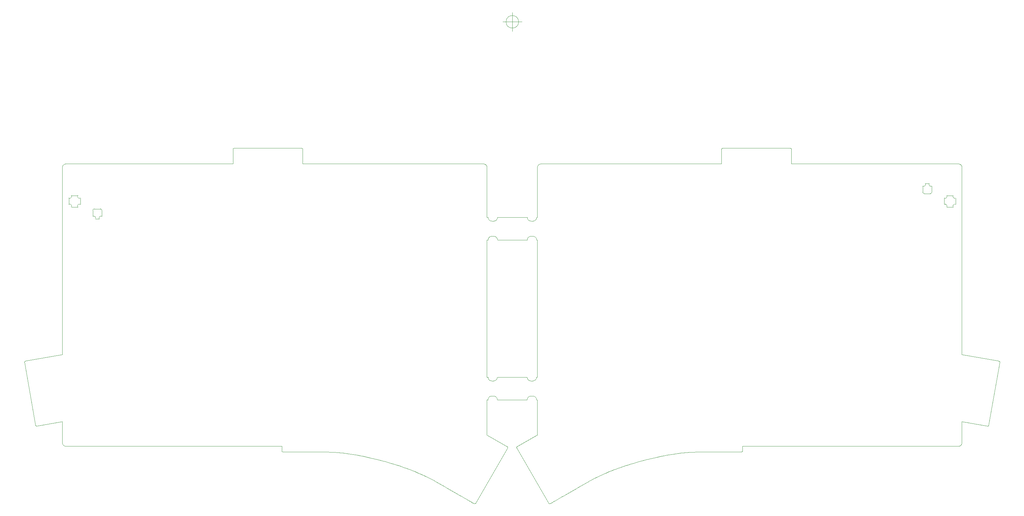
<source format=gm1>
G04 #@! TF.GenerationSoftware,KiCad,Pcbnew,8.0.5*
G04 #@! TF.CreationDate,2024-10-21T12:31:18+08:00*
G04 #@! TF.ProjectId,totem_0_3_usb_c,746f7465-6d5f-4305-9f33-5f7573625f63,0.3*
G04 #@! TF.SameCoordinates,Original*
G04 #@! TF.FileFunction,Profile,NP*
%FSLAX46Y46*%
G04 Gerber Fmt 4.6, Leading zero omitted, Abs format (unit mm)*
G04 Created by KiCad (PCBNEW 8.0.5) date 2024-10-21 12:31:18*
%MOMM*%
%LPD*%
G01*
G04 APERTURE LIST*
%ADD10C,0.010000*%
G04 #@! TA.AperFunction,Profile*
%ADD11C,0.010000*%
G04 #@! TD*
G04 #@! TA.AperFunction,Profile*
%ADD12C,0.100000*%
G04 #@! TD*
G04 #@! TA.AperFunction,Profile*
%ADD13C,0.080000*%
G04 #@! TD*
G04 #@! TA.AperFunction,Profile*
%ADD14C,0.120000*%
G04 #@! TD*
G04 APERTURE END LIST*
D10*
X148600903Y-124655542D02*
X143266905Y-121575788D01*
X23872776Y-119240412D02*
X30632000Y-118048021D01*
D11*
X153972565Y-69884348D02*
X146077562Y-69884345D01*
D10*
X156617956Y-121575788D02*
X151283958Y-124655542D01*
X75896883Y-45795611D02*
X75896883Y-49655000D01*
X31630362Y-124592044D02*
X88861504Y-124592044D01*
X205502311Y-45795611D02*
X205502311Y-49655000D01*
X94396546Y-49655000D02*
X94396546Y-45795611D01*
X94100214Y-45499278D02*
X76193215Y-45499278D01*
D11*
X156472562Y-69884345D02*
X156625000Y-69884000D01*
X143270414Y-106284351D02*
X143547568Y-106284351D01*
D10*
X76193215Y-45499278D02*
X76178087Y-45499667D01*
X76163144Y-45500823D01*
X76148405Y-45502725D01*
X76133889Y-45505355D01*
X76119617Y-45508692D01*
X76105607Y-45512719D01*
X76091878Y-45517414D01*
X76078451Y-45522760D01*
X76065344Y-45528735D01*
X76052576Y-45535322D01*
X76040168Y-45542501D01*
X76028139Y-45550252D01*
X76016507Y-45558556D01*
X76005293Y-45567393D01*
X75994515Y-45576745D01*
X75984194Y-45586591D01*
X75974347Y-45596913D01*
X75964996Y-45607690D01*
X75956159Y-45618905D01*
X75947855Y-45630537D01*
X75940104Y-45642566D01*
X75932926Y-45654974D01*
X75926339Y-45667742D01*
X75920364Y-45680849D01*
X75915019Y-45694276D01*
X75910323Y-45708005D01*
X75906297Y-45722015D01*
X75902960Y-45736287D01*
X75900330Y-45750802D01*
X75898428Y-45765540D01*
X75897272Y-45780483D01*
X75896883Y-45795611D01*
X184423903Y-128454965D02*
X185237412Y-128240549D01*
X186026150Y-128039530D01*
X186790916Y-127851475D01*
X187532507Y-127675952D01*
X188251723Y-127512530D01*
X188949361Y-127360775D01*
X189626220Y-127220256D01*
X190283099Y-127090541D01*
X190920795Y-126971197D01*
X191540108Y-126861793D01*
X192141835Y-126761895D01*
X192726775Y-126671073D01*
X193295726Y-126588893D01*
X193849488Y-126514925D01*
X194388857Y-126448735D01*
X194914633Y-126389891D01*
X195427613Y-126337962D01*
X195928598Y-126292514D01*
X196418383Y-126253117D01*
X196897769Y-126219338D01*
X197367553Y-126190745D01*
X197828535Y-126166905D01*
X198281511Y-126147386D01*
X198727281Y-126131757D01*
X199166643Y-126119585D01*
X199600396Y-126110438D01*
X200029337Y-126103884D01*
X200454266Y-126099490D01*
X200875980Y-126096825D01*
X201295278Y-126095457D01*
X201712959Y-126094953D01*
X202129821Y-126094881D01*
X160032853Y-139810883D02*
X160132108Y-139753557D01*
X160246260Y-139687639D01*
X160374724Y-139613466D01*
X160516915Y-139531374D01*
X160672247Y-139441702D01*
X160840135Y-139344786D01*
X161019994Y-139240964D01*
X161211239Y-139130572D01*
X161413284Y-139013948D01*
X161625544Y-138891429D01*
X161847435Y-138763352D01*
X162078369Y-138630055D01*
X162317764Y-138491874D01*
X162565032Y-138349147D01*
X162819590Y-138202211D01*
X163080851Y-138051404D01*
X163348231Y-137897061D01*
X163621144Y-137739521D01*
X163899005Y-137579121D01*
X164181229Y-137416197D01*
X164467230Y-137251088D01*
X164756424Y-137084129D01*
X165048225Y-136915660D01*
X165342047Y-136746015D01*
X165637307Y-136575534D01*
X165933417Y-136404553D01*
X166229794Y-136233409D01*
X166525852Y-136062439D01*
X166821005Y-135891980D01*
X167114669Y-135722371D01*
X167406258Y-135553947D01*
X167695187Y-135387047D01*
D11*
X156472565Y-63884348D02*
X156624954Y-63884348D01*
D10*
X279289366Y-102349410D02*
X279291621Y-102334231D01*
X279293106Y-102319134D01*
X279293834Y-102304141D01*
X279293819Y-102289272D01*
X279293075Y-102274548D01*
X279291616Y-102259989D01*
X279289458Y-102245616D01*
X279286613Y-102231450D01*
X279283097Y-102217511D01*
X279278923Y-102203820D01*
X279274106Y-102190398D01*
X279268659Y-102177265D01*
X279262597Y-102164442D01*
X279255935Y-102151950D01*
X279248686Y-102139809D01*
X279240865Y-102128040D01*
X279232485Y-102116664D01*
X279223562Y-102105702D01*
X279214109Y-102095173D01*
X279204141Y-102085100D01*
X279193671Y-102075502D01*
X279182714Y-102066400D01*
X279171284Y-102057814D01*
X279159395Y-102049767D01*
X279147062Y-102042277D01*
X279134299Y-102035366D01*
X279121120Y-102029055D01*
X279107538Y-102023364D01*
X279093570Y-102018313D01*
X279079227Y-102013925D01*
X279064526Y-102010218D01*
X279049480Y-102007215D01*
X143273902Y-63884351D02*
X143273902Y-63840648D01*
X143273902Y-63724996D01*
X143273902Y-63542202D01*
X143273902Y-63297077D01*
X143273902Y-62994430D01*
X143273902Y-62639071D01*
X143273902Y-62235808D01*
X143273902Y-61789452D01*
X143273902Y-61304811D01*
X143273902Y-60786695D01*
X143273902Y-60239915D01*
X143273902Y-59669278D01*
X143273902Y-59079595D01*
X143273902Y-58475674D01*
X143273902Y-57862327D01*
X143273902Y-57244361D01*
X143273902Y-56626587D01*
X143273902Y-56013813D01*
X143273902Y-55410850D01*
X143273902Y-54822506D01*
X143273902Y-54253592D01*
X143273902Y-53708916D01*
X143273902Y-53193288D01*
X143273902Y-52711518D01*
X143273902Y-52268415D01*
X143273902Y-51868788D01*
X143273902Y-51517447D01*
X143273902Y-51219201D01*
X143273902Y-50978861D01*
X143273902Y-50801234D01*
X143273902Y-50691131D01*
X143273902Y-50653362D01*
X143266905Y-121575788D02*
X143266905Y-112280091D01*
D11*
X156442565Y-106284348D02*
X156625000Y-106284348D01*
D10*
X89157836Y-126094881D02*
X89264839Y-126094881D01*
X89387091Y-126094881D01*
X89524110Y-126094881D01*
X89675413Y-126094881D01*
X89840519Y-126094881D01*
X90018946Y-126094881D01*
X90210211Y-126094881D01*
X90413834Y-126094881D01*
X90629332Y-126094881D01*
X90856224Y-126094881D01*
X91094027Y-126094881D01*
X91342259Y-126094881D01*
X91600440Y-126094881D01*
X91868086Y-126094881D01*
X92144716Y-126094881D01*
X92429848Y-126094881D01*
X92723000Y-126094881D01*
X93023691Y-126094881D01*
X93331438Y-126094881D01*
X93645759Y-126094881D01*
X93966173Y-126094881D01*
X94292198Y-126094881D01*
X94623352Y-126094881D01*
X94959153Y-126094881D01*
X95299119Y-126094881D01*
X95642769Y-126094881D01*
X95989620Y-126094881D01*
X96339190Y-126094881D01*
X96690998Y-126094881D01*
X97044561Y-126094881D01*
X97399399Y-126094881D01*
X97755029Y-126094881D01*
X276354252Y-119000525D02*
X279289366Y-102349410D01*
X211023356Y-125798549D02*
X211023356Y-124592044D01*
X151174598Y-125057714D02*
X159630681Y-139701523D01*
X269252855Y-123593688D02*
X269252855Y-118048021D01*
X97755029Y-126094881D02*
X98171891Y-126094953D01*
X98589572Y-126095457D01*
X99008871Y-126096825D01*
X99430586Y-126099490D01*
X99855514Y-126103884D01*
X100284456Y-126110438D01*
X100718209Y-126119585D01*
X101157571Y-126131757D01*
X101603341Y-126147386D01*
X102056317Y-126166905D01*
X102517298Y-126190745D01*
X102987081Y-126219338D01*
X103466467Y-126253117D01*
X103956252Y-126292514D01*
X104457236Y-126337962D01*
X104970216Y-126389891D01*
X105495991Y-126448735D01*
X106035360Y-126514925D01*
X106589121Y-126588893D01*
X107158072Y-126671073D01*
X107743011Y-126761895D01*
X108344738Y-126861793D01*
X108964051Y-126971197D01*
X109601747Y-127090541D01*
X110258626Y-127220256D01*
X110935485Y-127360775D01*
X111633123Y-127512530D01*
X112352339Y-127675952D01*
X113093931Y-127851475D01*
X113858697Y-128039530D01*
X114647436Y-128240549D01*
X115460947Y-128454965D01*
X269252855Y-118048021D02*
X276012068Y-119240412D01*
X223705657Y-45499278D02*
X205798654Y-45499278D01*
X88861504Y-124592044D02*
X88861504Y-125798549D01*
X88861504Y-125798549D02*
X88861883Y-125813676D01*
X88863010Y-125828619D01*
X88864867Y-125843357D01*
X88867436Y-125857872D01*
X88870700Y-125872144D01*
X88874642Y-125886154D01*
X88879244Y-125899883D01*
X88884489Y-125913310D01*
X88890359Y-125926417D01*
X88896837Y-125939184D01*
X88903905Y-125951592D01*
X88911547Y-125963622D01*
X88919743Y-125975254D01*
X88928478Y-125986468D01*
X88937734Y-125997246D01*
X88947493Y-126007568D01*
X88957737Y-126017414D01*
X88968450Y-126026765D01*
X88979614Y-126035603D01*
X88991211Y-126043907D01*
X89003224Y-126051657D01*
X89015635Y-126058836D01*
X89028428Y-126065423D01*
X89041585Y-126071399D01*
X89055087Y-126076744D01*
X89068919Y-126081439D01*
X89083062Y-126085466D01*
X89097498Y-126088803D01*
X89112212Y-126091433D01*
X89127184Y-126093335D01*
X89142398Y-126094491D01*
X89157836Y-126094881D01*
D11*
X143270414Y-69884348D02*
X143270414Y-106284351D01*
D10*
X268261508Y-49655000D02*
X224002000Y-49655000D01*
D11*
X156442562Y-112284345D02*
X156617956Y-112280091D01*
D10*
X205502311Y-49655000D02*
X157623310Y-49655000D01*
X30632000Y-100278606D02*
X20835361Y-102007215D01*
X167695187Y-135387047D02*
X168066413Y-135172731D01*
X168438528Y-134958403D01*
X168812421Y-134744047D01*
X169188980Y-134529651D01*
X169569095Y-134315200D01*
X169953653Y-134100682D01*
X170343545Y-133886082D01*
X170739659Y-133671388D01*
X171142883Y-133456585D01*
X171554107Y-133241660D01*
X171974219Y-133026599D01*
X172404108Y-132811389D01*
X172844664Y-132596016D01*
X173296774Y-132380467D01*
X173761328Y-132164728D01*
X174239214Y-131948786D01*
X174731322Y-131732626D01*
X175238539Y-131516236D01*
X175761756Y-131299602D01*
X176301861Y-131082710D01*
X176859742Y-130865547D01*
X177436289Y-130648099D01*
X178032390Y-130430352D01*
X178648934Y-130212294D01*
X179286810Y-129993910D01*
X179946908Y-129775186D01*
X180630114Y-129556110D01*
X181337320Y-129336668D01*
X182069412Y-129116846D01*
X182827281Y-128896630D01*
X183611815Y-128676008D01*
X184423903Y-128454965D01*
X31630362Y-49655000D02*
X31578768Y-49656302D01*
X31527876Y-49660165D01*
X31477748Y-49666528D01*
X31428444Y-49675326D01*
X31380027Y-49686495D01*
X31332558Y-49699974D01*
X31286097Y-49715697D01*
X31240707Y-49733603D01*
X31196449Y-49753628D01*
X31153384Y-49775708D01*
X31111573Y-49799780D01*
X31071078Y-49825780D01*
X31031960Y-49853647D01*
X30994280Y-49883315D01*
X30958101Y-49914723D01*
X30923483Y-49947806D01*
X30890487Y-49982501D01*
X30859176Y-50018746D01*
X30829609Y-50056476D01*
X30801850Y-50095628D01*
X30775959Y-50136140D01*
X30751997Y-50177947D01*
X30730026Y-50220987D01*
X30710107Y-50265196D01*
X30692302Y-50310511D01*
X30676671Y-50356868D01*
X30663277Y-50404205D01*
X30652181Y-50452458D01*
X30643444Y-50501563D01*
X30637127Y-50551458D01*
X30633292Y-50602078D01*
X30632000Y-50653362D01*
X142275546Y-49655000D02*
X94396546Y-49655000D01*
X23530582Y-119000525D02*
X23533586Y-119015570D01*
X23537293Y-119030271D01*
X23541682Y-119044612D01*
X23546732Y-119058581D01*
X23552423Y-119072161D01*
X23558735Y-119085340D01*
X23565646Y-119098103D01*
X23573135Y-119110436D01*
X23581183Y-119122325D01*
X23589768Y-119133754D01*
X23598870Y-119144711D01*
X23608468Y-119155181D01*
X23618542Y-119165150D01*
X23629070Y-119174603D01*
X23640032Y-119183527D01*
X23651408Y-119191907D01*
X23663176Y-119199728D01*
X23675317Y-119206977D01*
X23687809Y-119213640D01*
X23700631Y-119219702D01*
X23713764Y-119225149D01*
X23727186Y-119229967D01*
X23740877Y-119234141D01*
X23754816Y-119237658D01*
X23768982Y-119240503D01*
X23783355Y-119242662D01*
X23797914Y-119244120D01*
X23812638Y-119244864D01*
X23827507Y-119244880D01*
X23842500Y-119244152D01*
X23857596Y-119242667D01*
X23872776Y-119240412D01*
D12*
X146077565Y-63884348D02*
X153972568Y-63884348D01*
D10*
X269259875Y-100278617D02*
X269259875Y-50653362D01*
D11*
X143273902Y-63884351D02*
X143577568Y-63884351D01*
D10*
X276012068Y-119240412D02*
X276027247Y-119242666D01*
X276042344Y-119244150D01*
X276057338Y-119244877D01*
X276072208Y-119244861D01*
X276086932Y-119244116D01*
X276101492Y-119242657D01*
X276115865Y-119240498D01*
X276130032Y-119237653D01*
X276143971Y-119234136D01*
X276157662Y-119229962D01*
X276171084Y-119225144D01*
X276184217Y-119219697D01*
X276197039Y-119213635D01*
X276209531Y-119206973D01*
X276221671Y-119199724D01*
X276233440Y-119191903D01*
X276244815Y-119183523D01*
X276255777Y-119174600D01*
X276266304Y-119165147D01*
X276276377Y-119155179D01*
X276285975Y-119144709D01*
X276295076Y-119133752D01*
X276303660Y-119122323D01*
X276311707Y-119110435D01*
X276319196Y-119098102D01*
X276326106Y-119085339D01*
X276332416Y-119072161D01*
X276338106Y-119058580D01*
X276343156Y-119044612D01*
X276347543Y-119030271D01*
X276351249Y-119015570D01*
X276354252Y-119000525D01*
X205798654Y-45499278D02*
X205783525Y-45499667D01*
X205768582Y-45500823D01*
X205753842Y-45502725D01*
X205739326Y-45505355D01*
X205725053Y-45508692D01*
X205711042Y-45512719D01*
X205697313Y-45517414D01*
X205683886Y-45522760D01*
X205670778Y-45528735D01*
X205658010Y-45535322D01*
X205645602Y-45542501D01*
X205633572Y-45550252D01*
X205621940Y-45558556D01*
X205610725Y-45567393D01*
X205599947Y-45576745D01*
X205589625Y-45586591D01*
X205579778Y-45596913D01*
X205570426Y-45607690D01*
X205561589Y-45618905D01*
X205553285Y-45630537D01*
X205545534Y-45642566D01*
X205538355Y-45654974D01*
X205531768Y-45667742D01*
X205525793Y-45680849D01*
X205520447Y-45694276D01*
X205515752Y-45708005D01*
X205511725Y-45722015D01*
X205508388Y-45736287D01*
X205505758Y-45750802D01*
X205503856Y-45765540D01*
X205502700Y-45780483D01*
X205502311Y-45795611D01*
X140254179Y-139701523D02*
X148710263Y-125057714D01*
X20835361Y-102007215D02*
X20820315Y-102010218D01*
X20805614Y-102013925D01*
X20791272Y-102018313D01*
X20777304Y-102023364D01*
X20763723Y-102029055D01*
X20750544Y-102035366D01*
X20737781Y-102042277D01*
X20725448Y-102049767D01*
X20713560Y-102057814D01*
X20702130Y-102066400D01*
X20691173Y-102075502D01*
X20680703Y-102085100D01*
X20670735Y-102095173D01*
X20661281Y-102105702D01*
X20652358Y-102116664D01*
X20643979Y-102128040D01*
X20636157Y-102139809D01*
X20628908Y-102151950D01*
X20622245Y-102164442D01*
X20616183Y-102177265D01*
X20610737Y-102190398D01*
X20605919Y-102203820D01*
X20601744Y-102217511D01*
X20598228Y-102231450D01*
X20595383Y-102245616D01*
X20593224Y-102259989D01*
X20591765Y-102274548D01*
X20591020Y-102289272D01*
X20591005Y-102304141D01*
X20591732Y-102319134D01*
X20593216Y-102334231D01*
X20595472Y-102349410D01*
X20595472Y-102349410D02*
X23530582Y-119000525D01*
X75896883Y-49655000D02*
X31630362Y-49655000D01*
D12*
X146047565Y-106284348D02*
X153942568Y-106284348D01*
D10*
X143273902Y-50653362D02*
X143272599Y-50601767D01*
X143268736Y-50550875D01*
X143262373Y-50500747D01*
X143253576Y-50451444D01*
X143242406Y-50403026D01*
X143228928Y-50355557D01*
X143213204Y-50309096D01*
X143195299Y-50263706D01*
X143175275Y-50219448D01*
X143153195Y-50176382D01*
X143129123Y-50134571D01*
X143103122Y-50094076D01*
X143075256Y-50054958D01*
X143045588Y-50017279D01*
X143014181Y-49981100D01*
X142981098Y-49946482D01*
X142946403Y-49913486D01*
X142910159Y-49882175D01*
X142872429Y-49852608D01*
X142833277Y-49824849D01*
X142792765Y-49798958D01*
X142750958Y-49774996D01*
X142707919Y-49753025D01*
X142663710Y-49733106D01*
X142618395Y-49715301D01*
X142572038Y-49699671D01*
X142524702Y-49686277D01*
X142476449Y-49675181D01*
X142427344Y-49666444D01*
X142377449Y-49660127D01*
X142326829Y-49656292D01*
X142275546Y-49655000D01*
X156624954Y-50653362D02*
X156624954Y-63884348D01*
X132189674Y-135387047D02*
X132478592Y-135553946D01*
X132770152Y-135722369D01*
X133063770Y-135891978D01*
X133358863Y-136062436D01*
X133654847Y-136233405D01*
X133951140Y-136404549D01*
X134247157Y-136575530D01*
X134542316Y-136746011D01*
X134836033Y-136915655D01*
X135127724Y-137084125D01*
X135416808Y-137251083D01*
X135702700Y-137416192D01*
X135984816Y-137579116D01*
X136262575Y-137739516D01*
X136535392Y-137897057D01*
X136802684Y-138051399D01*
X137063868Y-138202208D01*
X137318361Y-138349144D01*
X137565579Y-138491871D01*
X137804938Y-138630052D01*
X138035857Y-138763350D01*
X138257750Y-138891427D01*
X138470036Y-139013946D01*
X138672131Y-139130570D01*
X138863451Y-139240963D01*
X139043413Y-139344785D01*
X139211434Y-139441702D01*
X139366931Y-139531374D01*
X139509319Y-139613465D01*
X139638017Y-139687639D01*
X139752441Y-139753557D01*
X139852007Y-139810883D01*
X157623310Y-49655000D02*
X157571715Y-49656302D01*
X157520824Y-49660165D01*
X157470695Y-49666528D01*
X157421392Y-49675326D01*
X157372975Y-49686495D01*
X157325506Y-49699974D01*
X157279045Y-49715697D01*
X157233655Y-49733603D01*
X157189397Y-49753628D01*
X157146332Y-49775708D01*
X157104521Y-49799780D01*
X157064027Y-49825780D01*
X157024909Y-49853647D01*
X156987230Y-49883315D01*
X156951051Y-49914723D01*
X156916433Y-49947806D01*
X156883438Y-49982501D01*
X156852126Y-50018746D01*
X156822561Y-50056476D01*
X156794801Y-50095628D01*
X156768910Y-50136140D01*
X156744949Y-50177947D01*
X156722978Y-50220987D01*
X156703060Y-50265196D01*
X156685255Y-50310511D01*
X156669625Y-50356868D01*
X156656231Y-50404205D01*
X156645135Y-50452458D01*
X156636397Y-50501563D01*
X156630081Y-50551458D01*
X156626245Y-50602078D01*
X156624954Y-50653362D01*
X30632000Y-50653362D02*
X30632000Y-100278606D01*
X210727014Y-126094881D02*
X210742142Y-126094491D01*
X210757085Y-126093335D01*
X210771825Y-126091433D01*
X210786340Y-126088803D01*
X210800613Y-126085466D01*
X210814624Y-126081439D01*
X210828353Y-126076744D01*
X210841781Y-126071399D01*
X210854888Y-126065423D01*
X210867656Y-126058836D01*
X210880065Y-126051657D01*
X210892095Y-126043907D01*
X210903727Y-126035603D01*
X210914941Y-126026765D01*
X210925719Y-126017414D01*
X210936041Y-126007568D01*
X210945888Y-125997246D01*
X210955240Y-125986468D01*
X210964077Y-125975254D01*
X210972381Y-125963622D01*
X210980132Y-125951592D01*
X210987311Y-125939184D01*
X210993898Y-125926417D01*
X210999873Y-125913310D01*
X211005219Y-125899883D01*
X211009914Y-125886154D01*
X211013941Y-125872144D01*
X211017278Y-125857872D01*
X211019908Y-125843357D01*
X211021810Y-125828619D01*
X211022966Y-125813676D01*
X211023356Y-125798549D01*
X156617956Y-112280091D02*
X156617956Y-121575788D01*
X211023356Y-124592044D02*
X268254488Y-124592044D01*
X30632000Y-123593688D02*
X30633302Y-123645282D01*
X30637165Y-123696173D01*
X30643528Y-123746302D01*
X30652326Y-123795605D01*
X30663495Y-123844022D01*
X30676973Y-123891492D01*
X30692697Y-123937952D01*
X30710603Y-123983342D01*
X30730627Y-124027600D01*
X30752707Y-124070665D01*
X30776779Y-124112476D01*
X30802780Y-124152971D01*
X30830646Y-124192088D01*
X30860314Y-124229768D01*
X30891722Y-124265947D01*
X30924805Y-124300565D01*
X30959500Y-124333560D01*
X30995745Y-124364871D01*
X31033475Y-124394437D01*
X31072627Y-124422196D01*
X31113139Y-124448087D01*
X31154946Y-124472048D01*
X31197986Y-124494019D01*
X31242195Y-124513938D01*
X31287510Y-124531742D01*
X31333867Y-124547373D01*
X31381204Y-124560766D01*
X31429457Y-124571862D01*
X31478562Y-124580600D01*
X31528457Y-124586916D01*
X31579078Y-124590752D01*
X31630362Y-124592044D01*
X115460947Y-128454965D02*
X116273035Y-128676008D01*
X117057570Y-128896630D01*
X117815439Y-129116846D01*
X118547533Y-129336668D01*
X119254739Y-129556111D01*
X119937946Y-129775187D01*
X120598044Y-129993911D01*
X121235921Y-130212295D01*
X121852466Y-130430354D01*
X122448567Y-130648101D01*
X123025114Y-130865549D01*
X123582996Y-131082713D01*
X124123101Y-131299605D01*
X124646318Y-131516240D01*
X125153536Y-131732630D01*
X125645644Y-131948790D01*
X126123531Y-132164732D01*
X126588085Y-132380471D01*
X127040195Y-132596020D01*
X127480751Y-132811393D01*
X127910640Y-133026603D01*
X128330753Y-133241664D01*
X128741976Y-133456589D01*
X129145201Y-133671392D01*
X129541315Y-133886086D01*
X129931206Y-134100686D01*
X130315765Y-134315204D01*
X130695880Y-134529654D01*
X131072439Y-134744049D01*
X131446332Y-134958404D01*
X131818447Y-135172732D01*
X132189674Y-135387047D01*
X139852007Y-139810883D02*
X139865345Y-139818108D01*
X139878886Y-139824577D01*
X139892603Y-139830294D01*
X139906473Y-139835268D01*
X139920469Y-139839506D01*
X139934567Y-139843014D01*
X139948741Y-139845800D01*
X139962966Y-139847871D01*
X139977216Y-139849234D01*
X139991468Y-139849896D01*
X140005695Y-139849864D01*
X140019872Y-139849145D01*
X140033975Y-139847747D01*
X140047977Y-139845677D01*
X140061854Y-139842941D01*
X140075580Y-139839547D01*
X140089131Y-139835502D01*
X140102481Y-139830813D01*
X140115605Y-139825487D01*
X140128477Y-139819531D01*
X140141073Y-139812952D01*
X140153368Y-139805758D01*
X140165335Y-139797955D01*
X140176951Y-139789551D01*
X140188189Y-139780553D01*
X140199025Y-139770967D01*
X140209433Y-139760802D01*
X140219389Y-139750063D01*
X140228866Y-139738759D01*
X140237840Y-139726896D01*
X140246286Y-139714482D01*
X140254179Y-139701523D01*
D11*
X143547565Y-112284348D02*
X143266905Y-112280091D01*
D10*
X151283958Y-124655542D02*
X151270998Y-124663434D01*
X151258584Y-124671880D01*
X151246721Y-124680854D01*
X151235417Y-124690331D01*
X151224678Y-124700286D01*
X151214513Y-124710694D01*
X151204927Y-124721530D01*
X151195929Y-124732768D01*
X151187525Y-124744383D01*
X151179722Y-124756351D01*
X151172528Y-124768645D01*
X151165949Y-124781240D01*
X151159993Y-124794113D01*
X151154667Y-124807236D01*
X151149978Y-124820586D01*
X151145933Y-124834136D01*
X151142539Y-124847862D01*
X151139803Y-124861739D01*
X151137733Y-124875741D01*
X151136335Y-124889843D01*
X151135616Y-124904020D01*
X151135584Y-124918247D01*
X151136246Y-124932499D01*
X151137609Y-124946750D01*
X151139680Y-124960975D01*
X151142466Y-124975149D01*
X151145974Y-124989247D01*
X151150212Y-125003244D01*
X151155186Y-125017114D01*
X151160903Y-125030833D01*
X151167372Y-125044374D01*
X151174598Y-125057714D01*
X279049480Y-102007215D02*
X279056521Y-102007226D01*
D11*
X156625000Y-69884000D02*
X156625000Y-106284348D01*
D10*
X268254488Y-124592044D02*
X268306082Y-124590741D01*
X268356974Y-124586878D01*
X268407102Y-124580515D01*
X268456406Y-124571718D01*
X268504823Y-124560548D01*
X268552293Y-124547070D01*
X268598753Y-124531346D01*
X268644144Y-124513441D01*
X268688402Y-124493417D01*
X268731468Y-124471337D01*
X268773279Y-124447265D01*
X268813774Y-124421265D01*
X268852892Y-124393399D01*
X268890572Y-124363730D01*
X268926752Y-124332323D01*
X268961370Y-124299240D01*
X268994366Y-124264545D01*
X269025677Y-124228301D01*
X269055244Y-124190571D01*
X269083003Y-124151419D01*
X269108895Y-124110908D01*
X269132857Y-124069101D01*
X269154828Y-124026061D01*
X269174747Y-123981852D01*
X269192552Y-123936538D01*
X269208183Y-123890180D01*
X269221577Y-123842844D01*
X269232673Y-123794591D01*
X269241410Y-123745486D01*
X269247727Y-123695592D01*
X269251562Y-123644971D01*
X269252855Y-123593688D01*
X279056521Y-102007226D02*
X269259875Y-100278617D01*
X148710263Y-125057714D02*
X148717488Y-125044375D01*
X148723957Y-125030834D01*
X148729674Y-125017117D01*
X148734648Y-125003247D01*
X148738886Y-124989251D01*
X148742394Y-124975153D01*
X148745180Y-124960979D01*
X148747251Y-124946755D01*
X148748614Y-124932504D01*
X148749276Y-124918252D01*
X148749244Y-124904025D01*
X148748525Y-124889848D01*
X148747127Y-124875746D01*
X148745057Y-124861744D01*
X148742321Y-124847867D01*
X148738927Y-124834140D01*
X148734882Y-124820590D01*
X148730193Y-124807240D01*
X148724867Y-124794116D01*
X148718911Y-124781243D01*
X148712332Y-124768647D01*
X148705138Y-124756353D01*
X148697335Y-124744385D01*
X148688931Y-124732770D01*
X148679933Y-124721531D01*
X148670347Y-124710695D01*
X148660182Y-124700287D01*
X148649443Y-124690332D01*
X148638139Y-124680854D01*
X148626276Y-124671880D01*
X148613862Y-124663434D01*
X148600903Y-124655542D01*
X30632000Y-118048021D02*
X30632000Y-123593688D01*
X159630681Y-139701523D02*
X159638573Y-139714482D01*
X159647019Y-139726896D01*
X159655993Y-139738759D01*
X159665470Y-139750063D01*
X159675425Y-139760802D01*
X159685834Y-139770967D01*
X159696669Y-139780553D01*
X159707907Y-139789551D01*
X159719522Y-139797955D01*
X159731490Y-139805758D01*
X159743784Y-139812952D01*
X159756380Y-139819531D01*
X159769252Y-139825487D01*
X159782375Y-139830813D01*
X159795725Y-139835502D01*
X159809276Y-139839547D01*
X159823002Y-139842941D01*
X159836878Y-139845677D01*
X159850880Y-139847747D01*
X159864983Y-139849145D01*
X159879160Y-139849864D01*
X159893387Y-139849896D01*
X159907638Y-139849234D01*
X159921889Y-139847871D01*
X159936114Y-139845800D01*
X159950289Y-139843014D01*
X159964387Y-139839506D01*
X159978383Y-139835268D01*
X159992253Y-139830294D01*
X160005972Y-139824577D01*
X160019513Y-139818108D01*
X160032853Y-139810883D01*
D11*
X143577565Y-69884348D02*
X143270414Y-69884348D01*
D10*
X224002000Y-45795611D02*
X224001610Y-45780483D01*
X224000454Y-45765539D01*
X223998552Y-45750800D01*
X223995922Y-45736285D01*
X223992585Y-45722013D01*
X223988558Y-45708002D01*
X223983863Y-45694274D01*
X223978517Y-45680846D01*
X223972542Y-45667739D01*
X223965955Y-45654972D01*
X223958776Y-45642564D01*
X223951025Y-45630534D01*
X223942721Y-45618902D01*
X223933884Y-45607688D01*
X223924532Y-45596910D01*
X223914685Y-45586589D01*
X223904363Y-45576742D01*
X223893585Y-45567391D01*
X223882370Y-45558554D01*
X223870738Y-45550250D01*
X223858708Y-45542499D01*
X223846300Y-45535321D01*
X223833532Y-45528734D01*
X223820425Y-45522759D01*
X223806997Y-45517414D01*
X223793268Y-45512718D01*
X223779257Y-45508692D01*
X223764984Y-45505355D01*
X223750468Y-45502725D01*
X223735728Y-45500823D01*
X223720785Y-45499667D01*
X223705657Y-45499278D01*
X202129821Y-126094881D02*
X202485771Y-126094881D01*
X202840908Y-126094881D01*
X203194751Y-126094881D01*
X203546818Y-126094881D01*
X203896626Y-126094881D01*
X204243694Y-126094881D01*
X204587540Y-126094881D01*
X204927682Y-126094881D01*
X205263638Y-126094881D01*
X205594926Y-126094881D01*
X205921065Y-126094881D01*
X206241573Y-126094881D01*
X206555967Y-126094881D01*
X206863765Y-126094881D01*
X207164487Y-126094881D01*
X207457650Y-126094881D01*
X207742771Y-126094881D01*
X208019370Y-126094881D01*
X208286965Y-126094881D01*
X208545072Y-126094881D01*
X208793212Y-126094881D01*
X209030901Y-126094881D01*
X209257658Y-126094881D01*
X209473001Y-126094881D01*
X209676448Y-126094881D01*
X209867517Y-126094881D01*
X210045727Y-126094881D01*
X210210595Y-126094881D01*
X210361639Y-126094881D01*
X210498379Y-126094881D01*
X210620331Y-126094881D01*
X210727014Y-126094881D01*
X94396546Y-45795611D02*
X94396156Y-45780483D01*
X94395000Y-45765539D01*
X94393098Y-45750800D01*
X94390468Y-45736285D01*
X94387131Y-45722013D01*
X94383104Y-45708002D01*
X94378409Y-45694274D01*
X94373063Y-45680846D01*
X94367088Y-45667739D01*
X94360501Y-45654972D01*
X94353322Y-45642564D01*
X94345571Y-45630534D01*
X94337267Y-45618902D01*
X94328430Y-45607688D01*
X94319079Y-45596910D01*
X94309232Y-45586589D01*
X94298911Y-45576742D01*
X94288133Y-45567391D01*
X94276918Y-45558554D01*
X94265287Y-45550250D01*
X94253257Y-45542499D01*
X94240849Y-45535321D01*
X94228082Y-45528734D01*
X94214975Y-45522759D01*
X94201547Y-45517414D01*
X94187819Y-45512718D01*
X94173809Y-45508692D01*
X94159537Y-45505355D01*
X94145022Y-45502725D01*
X94130283Y-45500823D01*
X94115341Y-45499667D01*
X94100214Y-45499278D01*
D12*
X146047562Y-112284345D02*
X153942565Y-112284348D01*
D10*
X269259875Y-50653362D02*
X269258572Y-50601767D01*
X269254708Y-50550875D01*
X269248346Y-50500747D01*
X269239548Y-50451444D01*
X269228378Y-50403026D01*
X269214900Y-50355557D01*
X269199176Y-50309096D01*
X269181270Y-50263706D01*
X269161245Y-50219448D01*
X269139165Y-50176382D01*
X269115093Y-50134571D01*
X269089092Y-50094076D01*
X269061225Y-50054958D01*
X269031557Y-50017279D01*
X269000149Y-49981100D01*
X268967066Y-49946482D01*
X268932370Y-49913486D01*
X268896125Y-49882175D01*
X268858395Y-49852608D01*
X268819242Y-49824849D01*
X268778730Y-49798958D01*
X268736923Y-49774996D01*
X268693883Y-49753025D01*
X268649674Y-49733106D01*
X268604359Y-49715301D01*
X268558001Y-49699671D01*
X268510664Y-49686277D01*
X268462412Y-49675181D01*
X268413306Y-49666444D01*
X268363412Y-49660127D01*
X268312791Y-49656292D01*
X268261508Y-49655000D01*
X224002000Y-49655000D02*
X224002000Y-45795611D01*
D12*
X151675666Y-12000000D02*
G75*
G02*
X148342334Y-12000000I-1666666J0D01*
G01*
X148342334Y-12000000D02*
G75*
G02*
X151675666Y-12000000I1666666J0D01*
G01*
X147509000Y-12000000D02*
X152509000Y-12000000D01*
X150009000Y-9500000D02*
X150009000Y-14500000D01*
D13*
X154942565Y-107284348D02*
X155442565Y-107284348D01*
X155442565Y-111284348D02*
X154942565Y-111284348D01*
X153942565Y-112284348D02*
G75*
G02*
X154942562Y-111284351I999996J1D01*
G01*
X154942565Y-107284348D02*
G75*
G02*
X153942568Y-106284351I-1J999996D01*
G01*
X155442565Y-111284348D02*
G75*
G02*
X156442562Y-112284345I1J-999996D01*
G01*
X156442565Y-106284348D02*
G75*
G02*
X155442568Y-107284345I-999996J-1D01*
G01*
D14*
X258863000Y-57187000D02*
X258863000Y-55586800D01*
X259548800Y-54901000D02*
X260590200Y-54901000D01*
X260895000Y-57568000D02*
X259244000Y-57568000D01*
X261276000Y-55586800D02*
X261276000Y-57187000D01*
X264578000Y-58761800D02*
X264578000Y-60438200D01*
X265263800Y-58076000D02*
X266940200Y-58076000D01*
X265263800Y-61124000D02*
X266940200Y-61124000D01*
X267626000Y-58761800D02*
X267626000Y-60438200D01*
X259244000Y-57568000D02*
G75*
G02*
X258863000Y-57187000I-1J380999D01*
G01*
X259548800Y-54901000D02*
G75*
G02*
X258863000Y-55586800I-438047J-247753D01*
G01*
X261276000Y-55586800D02*
G75*
G02*
X260590200Y-54901000I-247753J438047D01*
G01*
X261276000Y-57187000D02*
G75*
G02*
X260895000Y-57568000I-380999J-1D01*
G01*
X264578000Y-60438200D02*
G75*
G02*
X265263800Y-61124000I247753J-438047D01*
G01*
X265263800Y-58076000D02*
G75*
G02*
X264578000Y-58761800I-438047J-247753D01*
G01*
X266940200Y-61124000D02*
G75*
G02*
X267626000Y-60438200I438050J247750D01*
G01*
X267626000Y-58761800D02*
G75*
G02*
X266940200Y-58076000I-247753J438047D01*
G01*
D13*
X144547565Y-107284348D02*
X145047565Y-107284348D01*
X145047565Y-111284348D02*
X144547565Y-111284348D01*
X143547565Y-112284348D02*
G75*
G02*
X144547562Y-111284351I999996J1D01*
G01*
X144547565Y-107284348D02*
G75*
G02*
X143547568Y-106284351I-1J999996D01*
G01*
X145047565Y-111284348D02*
G75*
G02*
X146047562Y-112284345I1J-999996D01*
G01*
X146047565Y-106284348D02*
G75*
G02*
X145047568Y-107284345I-999996J-1D01*
G01*
X154972565Y-64884348D02*
X155472565Y-64884348D01*
X155472565Y-68884348D02*
X154972565Y-68884348D01*
X153972565Y-69884348D02*
G75*
G02*
X154972562Y-68884351I999996J1D01*
G01*
X154972565Y-64884348D02*
G75*
G02*
X153972568Y-63884351I-1J999996D01*
G01*
X155472565Y-68884348D02*
G75*
G02*
X156472562Y-69884345I1J-999996D01*
G01*
X156472565Y-63884348D02*
G75*
G02*
X155472568Y-64884345I-999996J-1D01*
G01*
X144577565Y-64884348D02*
X145077565Y-64884348D01*
X145077565Y-68884348D02*
X144577565Y-68884348D01*
X143577565Y-69884348D02*
G75*
G02*
X144577562Y-68884351I999996J1D01*
G01*
X144577565Y-64884348D02*
G75*
G02*
X143577568Y-63884351I-1J999996D01*
G01*
X145077565Y-68884348D02*
G75*
G02*
X146077562Y-69884345I1J-999996D01*
G01*
X146077565Y-63884348D02*
G75*
G02*
X145077568Y-64884345I-999996J-1D01*
G01*
D14*
X32374000Y-60438200D02*
X32374000Y-58761800D01*
X34736200Y-58076000D02*
X33059800Y-58076000D01*
X34736200Y-61124000D02*
X33059800Y-61124000D01*
X35422000Y-60438200D02*
X35422000Y-58761800D01*
X38724000Y-63613200D02*
X38724000Y-62013000D01*
X39105000Y-61632000D02*
X40756000Y-61632000D01*
X40451200Y-64299000D02*
X39409800Y-64299000D01*
X41137000Y-62013000D02*
X41137000Y-63613200D01*
X32374000Y-60438200D02*
G75*
G02*
X33059800Y-61124000I247753J-438047D01*
G01*
X33059800Y-58076000D02*
G75*
G02*
X32374000Y-58761800I-438050J-247750D01*
G01*
X34736200Y-61124000D02*
G75*
G02*
X35422000Y-60438200I438047J247753D01*
G01*
X35422000Y-58761800D02*
G75*
G02*
X34736200Y-58076000I-247753J438047D01*
G01*
X38724000Y-62013000D02*
G75*
G02*
X39105000Y-61632000I380999J1D01*
G01*
X38724000Y-63613200D02*
G75*
G02*
X39409800Y-64299000I247753J-438047D01*
G01*
X40451200Y-64299000D02*
G75*
G02*
X41137000Y-63613200I438047J247753D01*
G01*
X40756000Y-61632000D02*
G75*
G02*
X41137000Y-62013000I1J-380999D01*
G01*
M02*

</source>
